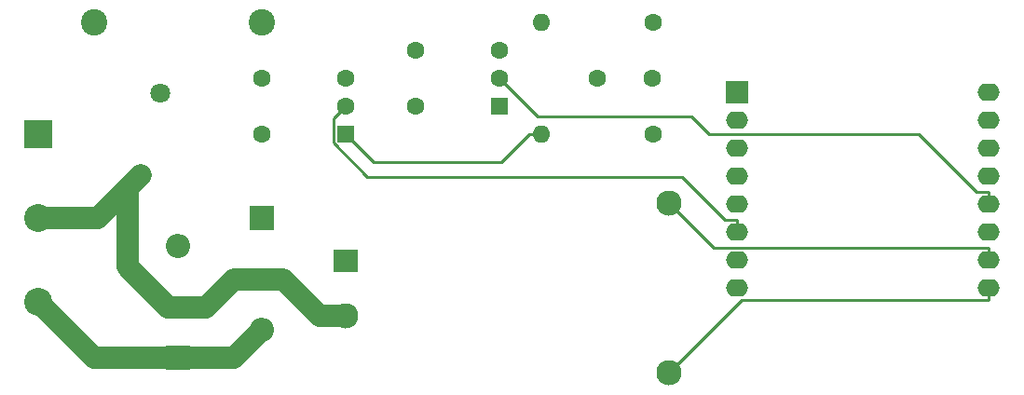
<source format=gtl>
%TF.GenerationSoftware,KiCad,Pcbnew,9.0.3+dfsg-1*%
%TF.CreationDate,2026-02-21T20:04:31+01:00*%
%TF.ProjectId,MaxPilot,4d617850-696c-46f7-942e-6b696361645f,rev?*%
%TF.SameCoordinates,Original*%
%TF.FileFunction,Copper,L1,Top*%
%TF.FilePolarity,Positive*%
%FSLAX46Y46*%
G04 Gerber Fmt 4.6, Leading zero omitted, Abs format (unit mm)*
G04 Created by KiCad (PCBNEW 9.0.3+dfsg-1) date 2026-02-21 20:04:31*
%MOMM*%
%LPD*%
G01*
G04 APERTURE LIST*
G04 Aperture macros list*
%AMRoundRect*
0 Rectangle with rounded corners*
0 $1 Rounding radius*
0 $2 $3 $4 $5 $6 $7 $8 $9 X,Y pos of 4 corners*
0 Add a 4 corners polygon primitive as box body*
4,1,4,$2,$3,$4,$5,$6,$7,$8,$9,$2,$3,0*
0 Add four circle primitives for the rounded corners*
1,1,$1+$1,$2,$3*
1,1,$1+$1,$4,$5*
1,1,$1+$1,$6,$7*
1,1,$1+$1,$8,$9*
0 Add four rect primitives between the rounded corners*
20,1,$1+$1,$2,$3,$4,$5,0*
20,1,$1+$1,$4,$5,$6,$7,0*
20,1,$1+$1,$6,$7,$8,$9,0*
20,1,$1+$1,$8,$9,$2,$3,0*%
G04 Aperture macros list end*
%TA.AperFunction,ComponentPad*%
%ADD10C,1.600000*%
%TD*%
%TA.AperFunction,ComponentPad*%
%ADD11O,1.600000X1.600000*%
%TD*%
%TA.AperFunction,ComponentPad*%
%ADD12C,2.400000*%
%TD*%
%TA.AperFunction,WasherPad*%
%ADD13C,1.600000*%
%TD*%
%TA.AperFunction,ComponentPad*%
%ADD14RoundRect,0.250000X0.550000X0.550000X-0.550000X0.550000X-0.550000X-0.550000X0.550000X-0.550000X0*%
%TD*%
%TA.AperFunction,ComponentPad*%
%ADD15R,2.540000X2.540000*%
%TD*%
%TA.AperFunction,ComponentPad*%
%ADD16C,2.540000*%
%TD*%
%TA.AperFunction,ComponentPad*%
%ADD17R,2.300000X2.000000*%
%TD*%
%TA.AperFunction,ComponentPad*%
%ADD18C,2.300000*%
%TD*%
%TA.AperFunction,ComponentPad*%
%ADD19C,1.800000*%
%TD*%
%TA.AperFunction,ComponentPad*%
%ADD20R,2.000000X2.000000*%
%TD*%
%TA.AperFunction,ComponentPad*%
%ADD21O,2.000000X1.600000*%
%TD*%
%TA.AperFunction,ComponentPad*%
%ADD22R,2.200000X2.200000*%
%TD*%
%TA.AperFunction,ComponentPad*%
%ADD23O,2.200000X2.200000*%
%TD*%
%TA.AperFunction,Conductor*%
%ADD24C,2.000000*%
%TD*%
%TA.AperFunction,Conductor*%
%ADD25C,0.250000*%
%TD*%
G04 APERTURE END LIST*
D10*
%TO.P,R2,1*%
%TO.N,+5V*%
X73660000Y-25400000D03*
D11*
%TO.P,R2,2*%
%TO.N,Net-(R2-Pad2)*%
X63500000Y-25400000D03*
%TD*%
D12*
%TO.P,F1,1*%
%TO.N,LINE*%
X22860000Y-15240000D03*
%TO.P,F1,2*%
%TO.N,LINE_P*%
X38100000Y-15240000D03*
%TD*%
D13*
%TO.P,U3,*%
%TO.N,*%
X45720000Y-20320000D03*
D14*
%TO.P,U3,1*%
%TO.N,Net-(R2-Pad2)*%
X45720000Y-25400000D03*
D10*
%TO.P,U3,2*%
%TO.N,Net-(U1-MOSI{slash}D7)*%
X45720000Y-22860000D03*
%TO.P,U3,4*%
%TO.N,LINE_P*%
X38100000Y-20320000D03*
%TO.P,U3,6*%
%TO.N,Net-(D2-A)*%
X38100000Y-25400000D03*
%TD*%
D15*
%TO.P,J1,1,Pin_1*%
%TO.N,LINE*%
X17780000Y-25400000D03*
D16*
%TO.P,J1,2,Pin_2*%
%TO.N,NEUT*%
X17780000Y-33020000D03*
%TO.P,J1,3,Pin_3*%
%TO.N,/PILOT*%
X17780000Y-40640000D03*
%TD*%
D10*
%TO.P,R1,1*%
%TO.N,+5V*%
X73660000Y-15240000D03*
D11*
%TO.P,R1,2*%
%TO.N,Net-(R1-Pad2)*%
X63500000Y-15240000D03*
%TD*%
D17*
%TO.P,PS1,1,AC/L*%
%TO.N,LINE_P*%
X45720000Y-36905000D03*
D18*
%TO.P,PS1,2,AC/N*%
%TO.N,NEUT*%
X45720000Y-41905000D03*
%TO.P,PS1,3,-Vout*%
%TO.N,GND*%
X75120000Y-31705000D03*
%TO.P,PS1,4,+Vout*%
%TO.N,+5V*%
X75120000Y-47105000D03*
%TD*%
D19*
%TO.P,RV1,1*%
%TO.N,LINE_P*%
X28840000Y-21650000D03*
%TO.P,RV1,2*%
%TO.N,NEUT*%
X27040000Y-29150000D03*
%TD*%
D13*
%TO.P,U2,*%
%TO.N,*%
X59685000Y-17780000D03*
D14*
%TO.P,U2,1*%
%TO.N,Net-(R1-Pad2)*%
X59685000Y-22860000D03*
D10*
%TO.P,U2,2*%
%TO.N,Net-(U1-D3)*%
X59685000Y-20320000D03*
%TO.P,U2,4*%
%TO.N,LINE_P*%
X52065000Y-17780000D03*
%TO.P,U2,6*%
%TO.N,Net-(D1-K)*%
X52065000Y-22860000D03*
%TD*%
D20*
%TO.P,U1,1,~{RST}*%
%TO.N,unconnected-(U1-~{RST}-Pad1)*%
X81280000Y-21590000D03*
D21*
%TO.P,U1,2,A0*%
%TO.N,unconnected-(U1-A0-Pad2)*%
X81280000Y-24130000D03*
%TO.P,U1,3,D0*%
%TO.N,unconnected-(U1-D0-Pad3)*%
X81280000Y-26670000D03*
%TO.P,U1,4,SCK/D5*%
%TO.N,unconnected-(U1-SCK{slash}D5-Pad4)*%
X81280000Y-29210000D03*
%TO.P,U1,5,MISO/D6*%
%TO.N,unconnected-(U1-MISO{slash}D6-Pad5)*%
X81280000Y-31750000D03*
%TO.P,U1,6,MOSI/D7*%
%TO.N,Net-(U1-MOSI{slash}D7)*%
X81280000Y-34290000D03*
%TO.P,U1,7,CS/D8*%
%TO.N,unconnected-(U1-CS{slash}D8-Pad7)*%
X81280000Y-36830000D03*
%TO.P,U1,8,3V3*%
%TO.N,unconnected-(U1-3V3-Pad8)*%
X81280000Y-39370000D03*
%TO.P,U1,9,5V*%
%TO.N,+5V*%
X104140000Y-39370000D03*
%TO.P,U1,10,GND*%
%TO.N,GND*%
X104140000Y-36830000D03*
%TO.P,U1,11,D4*%
%TO.N,unconnected-(U1-D4-Pad11)*%
X104140000Y-34290000D03*
%TO.P,U1,12,D3*%
%TO.N,Net-(U1-D3)*%
X104140000Y-31750000D03*
%TO.P,U1,13,SDA/D2*%
%TO.N,unconnected-(U1-SDA{slash}D2-Pad13)*%
X104140000Y-29210000D03*
%TO.P,U1,14,SCL/D1*%
%TO.N,unconnected-(U1-SCL{slash}D1-Pad14)*%
X104140000Y-26670000D03*
%TO.P,U1,15,RX*%
%TO.N,unconnected-(U1-RX-Pad15)*%
X104140000Y-24130000D03*
%TO.P,U1,16,TX*%
%TO.N,unconnected-(U1-TX-Pad16)*%
X104140000Y-21590000D03*
%TD*%
D22*
%TO.P,D1,1,K*%
%TO.N,Net-(D1-K)*%
X38100000Y-33020000D03*
D23*
%TO.P,D1,2,A*%
%TO.N,/PILOT*%
X38100000Y-43180000D03*
%TD*%
D22*
%TO.P,D2,1,K*%
%TO.N,/PILOT*%
X30480000Y-45720000D03*
D23*
%TO.P,D2,2,A*%
%TO.N,Net-(D2-A)*%
X30480000Y-35560000D03*
%TD*%
D10*
%TO.P,C1,1*%
%TO.N,+5V*%
X73580000Y-20320000D03*
%TO.P,C1,2*%
%TO.N,GND*%
X68580000Y-20320000D03*
%TD*%
D24*
%TO.N,/PILOT*%
X22860000Y-45720000D02*
X30480000Y-45720000D01*
X30480000Y-45720000D02*
X35560000Y-45720000D01*
X35560000Y-45720000D02*
X38100000Y-43180000D01*
X17780000Y-40640000D02*
X22860000Y-45720000D01*
%TO.N,NEUT*%
X40005800Y-38579000D02*
X43331800Y-41905000D01*
X29532200Y-41119000D02*
X33020000Y-41119000D01*
X25879000Y-30311000D02*
X27040000Y-29150000D01*
X33020000Y-41119000D02*
X35560000Y-38579000D01*
X23170000Y-33020000D02*
X25879000Y-30311000D01*
X27040000Y-29150000D02*
X25879000Y-30311000D01*
X25879000Y-37465800D02*
X29532200Y-41119000D01*
X25879000Y-30311000D02*
X25879000Y-37465800D01*
X17780000Y-33020000D02*
X23170000Y-33020000D01*
X43331800Y-41905000D02*
X45720000Y-41905000D01*
X35560000Y-38579000D02*
X40005800Y-38579000D01*
D25*
%TO.N,GND*%
X104140000Y-36830000D02*
X104140000Y-35703300D01*
X79118300Y-35703300D02*
X75120000Y-31705000D01*
X104140000Y-35703300D02*
X79118300Y-35703300D01*
%TO.N,+5V*%
X104140000Y-40496700D02*
X81728300Y-40496700D01*
X104140000Y-39370000D02*
X104140000Y-40496700D01*
X81728300Y-40496700D02*
X75120000Y-47105000D01*
%TO.N,Net-(R2-Pad2)*%
X63500000Y-25400000D02*
X62373300Y-25400000D01*
X48260000Y-27940000D02*
X45720000Y-25400000D01*
X62373300Y-25400000D02*
X59833300Y-27940000D01*
X59833300Y-27940000D02*
X48260000Y-27940000D01*
%TO.N,Net-(U1-D3)*%
X59685000Y-20320000D02*
X63136000Y-23771000D01*
X103013300Y-30623300D02*
X104140000Y-30623300D01*
X78727900Y-25400000D02*
X97790000Y-25400000D01*
X104140000Y-31750000D02*
X104140000Y-30623300D01*
X77098900Y-23771000D02*
X78727900Y-25400000D01*
X63136000Y-23771000D02*
X77098900Y-23771000D01*
X97790000Y-25400000D02*
X103013300Y-30623300D01*
%TO.N,Net-(U1-MOSI{slash}D7)*%
X80153300Y-33163300D02*
X81280000Y-33163300D01*
X44575100Y-26185800D02*
X47673200Y-29283900D01*
X45720000Y-22860000D02*
X44575100Y-24004900D01*
X81280000Y-34290000D02*
X81280000Y-33163300D01*
X76273900Y-29283900D02*
X80153300Y-33163300D01*
X47673200Y-29283900D02*
X76273900Y-29283900D01*
X44575100Y-24004900D02*
X44575100Y-26185800D01*
%TD*%
M02*

</source>
